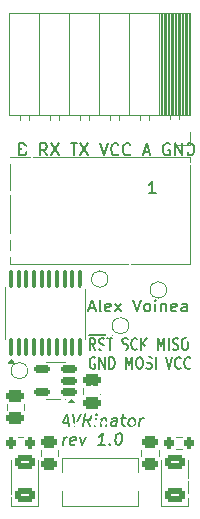
<source format=gto>
G04 #@! TF.GenerationSoftware,KiCad,Pcbnew,8.0.2*
G04 #@! TF.CreationDate,2024-05-04T17:16:49+02:00*
G04 #@! TF.ProjectId,AVRinator,41565269-6e61-4746-9f72-2e6b69636164,1.0*
G04 #@! TF.SameCoordinates,Original*
G04 #@! TF.FileFunction,Legend,Top*
G04 #@! TF.FilePolarity,Positive*
%FSLAX46Y46*%
G04 Gerber Fmt 4.6, Leading zero omitted, Abs format (unit mm)*
G04 Created by KiCad (PCBNEW 8.0.2) date 2024-05-04 17:16:49*
%MOMM*%
%LPD*%
G01*
G04 APERTURE LIST*
G04 Aperture macros list*
%AMRoundRect*
0 Rectangle with rounded corners*
0 $1 Rounding radius*
0 $2 $3 $4 $5 $6 $7 $8 $9 X,Y pos of 4 corners*
0 Add a 4 corners polygon primitive as box body*
4,1,4,$2,$3,$4,$5,$6,$7,$8,$9,$2,$3,0*
0 Add four circle primitives for the rounded corners*
1,1,$1+$1,$2,$3*
1,1,$1+$1,$4,$5*
1,1,$1+$1,$6,$7*
1,1,$1+$1,$8,$9*
0 Add four rect primitives between the rounded corners*
20,1,$1+$1,$2,$3,$4,$5,0*
20,1,$1+$1,$4,$5,$6,$7,0*
20,1,$1+$1,$6,$7,$8,$9,0*
20,1,$1+$1,$8,$9,$2,$3,0*%
G04 Aperture macros list end*
%ADD10C,0.200000*%
%ADD11C,0.150000*%
%ADD12C,0.120000*%
%ADD13RoundRect,0.250000X-0.450000X0.262500X-0.450000X-0.262500X0.450000X-0.262500X0.450000X0.262500X0*%
%ADD14RoundRect,0.250000X0.625000X-0.375000X0.625000X0.375000X-0.625000X0.375000X-0.625000X-0.375000X0*%
%ADD15R,1.700000X1.700000*%
%ADD16O,1.700000X1.700000*%
%ADD17C,1.000000*%
%ADD18RoundRect,0.150000X0.512500X0.150000X-0.512500X0.150000X-0.512500X-0.150000X0.512500X-0.150000X0*%
%ADD19RoundRect,0.100000X0.100000X-0.637500X0.100000X0.637500X-0.100000X0.637500X-0.100000X-0.637500X0*%
%ADD20R,1.650000X1.650000*%
%ADD21C,1.650000*%
%ADD22RoundRect,0.250000X-0.475000X0.250000X-0.475000X-0.250000X0.475000X-0.250000X0.475000X0.250000X0*%
%ADD23R,1.250000X1.000000*%
%ADD24RoundRect,0.200000X-0.200000X-0.275000X0.200000X-0.275000X0.200000X0.275000X-0.200000X0.275000X0*%
%ADD25RoundRect,0.200000X0.200000X0.275000X-0.200000X0.275000X-0.200000X-0.275000X0.200000X-0.275000X0*%
%ADD26C,0.650000*%
%ADD27C,0.500000*%
G04 APERTURE END LIST*
D10*
X59102016Y-75365360D02*
X59578206Y-75365360D01*
X58971063Y-75651075D02*
X59429397Y-74651075D01*
X59429397Y-74651075D02*
X59637730Y-75651075D01*
X59953206Y-74651075D02*
X60161540Y-75651075D01*
X60161540Y-75651075D02*
X60619873Y-74651075D01*
X61399635Y-75651075D02*
X61125825Y-75174884D01*
X60828206Y-75651075D02*
X60953206Y-74651075D01*
X60953206Y-74651075D02*
X61334159Y-74651075D01*
X61334159Y-74651075D02*
X61423444Y-74698694D01*
X61423444Y-74698694D02*
X61465111Y-74746313D01*
X61465111Y-74746313D02*
X61500825Y-74841551D01*
X61500825Y-74841551D02*
X61482968Y-74984408D01*
X61482968Y-74984408D02*
X61423444Y-75079646D01*
X61423444Y-75079646D02*
X61369873Y-75127265D01*
X61369873Y-75127265D02*
X61268683Y-75174884D01*
X61268683Y-75174884D02*
X60887730Y-75174884D01*
X61828206Y-75651075D02*
X61911540Y-74984408D01*
X61953206Y-74651075D02*
X61899635Y-74698694D01*
X61899635Y-74698694D02*
X61941302Y-74746313D01*
X61941302Y-74746313D02*
X61994873Y-74698694D01*
X61994873Y-74698694D02*
X61953206Y-74651075D01*
X61953206Y-74651075D02*
X61941302Y-74746313D01*
X62387730Y-74984408D02*
X62304396Y-75651075D01*
X62375825Y-75079646D02*
X62429396Y-75032027D01*
X62429396Y-75032027D02*
X62530587Y-74984408D01*
X62530587Y-74984408D02*
X62673444Y-74984408D01*
X62673444Y-74984408D02*
X62762730Y-75032027D01*
X62762730Y-75032027D02*
X62798444Y-75127265D01*
X62798444Y-75127265D02*
X62732968Y-75651075D01*
X63637730Y-75651075D02*
X63703206Y-75127265D01*
X63703206Y-75127265D02*
X63667492Y-75032027D01*
X63667492Y-75032027D02*
X63578206Y-74984408D01*
X63578206Y-74984408D02*
X63387730Y-74984408D01*
X63387730Y-74984408D02*
X63286539Y-75032027D01*
X63643682Y-75603456D02*
X63542492Y-75651075D01*
X63542492Y-75651075D02*
X63304396Y-75651075D01*
X63304396Y-75651075D02*
X63215111Y-75603456D01*
X63215111Y-75603456D02*
X63179396Y-75508217D01*
X63179396Y-75508217D02*
X63191301Y-75412979D01*
X63191301Y-75412979D02*
X63250825Y-75317741D01*
X63250825Y-75317741D02*
X63352016Y-75270122D01*
X63352016Y-75270122D02*
X63590111Y-75270122D01*
X63590111Y-75270122D02*
X63691301Y-75222503D01*
X64054397Y-74984408D02*
X64435349Y-74984408D01*
X64238920Y-74651075D02*
X64131778Y-75508217D01*
X64131778Y-75508217D02*
X64167492Y-75603456D01*
X64167492Y-75603456D02*
X64256778Y-75651075D01*
X64256778Y-75651075D02*
X64352016Y-75651075D01*
X64828207Y-75651075D02*
X64738921Y-75603456D01*
X64738921Y-75603456D02*
X64697254Y-75555836D01*
X64697254Y-75555836D02*
X64661540Y-75460598D01*
X64661540Y-75460598D02*
X64697254Y-75174884D01*
X64697254Y-75174884D02*
X64756778Y-75079646D01*
X64756778Y-75079646D02*
X64810349Y-75032027D01*
X64810349Y-75032027D02*
X64911540Y-74984408D01*
X64911540Y-74984408D02*
X65054397Y-74984408D01*
X65054397Y-74984408D02*
X65143683Y-75032027D01*
X65143683Y-75032027D02*
X65185349Y-75079646D01*
X65185349Y-75079646D02*
X65221064Y-75174884D01*
X65221064Y-75174884D02*
X65185349Y-75460598D01*
X65185349Y-75460598D02*
X65125826Y-75555836D01*
X65125826Y-75555836D02*
X65072254Y-75603456D01*
X65072254Y-75603456D02*
X64971064Y-75651075D01*
X64971064Y-75651075D02*
X64828207Y-75651075D01*
X65590111Y-75651075D02*
X65673445Y-74984408D01*
X65649635Y-75174884D02*
X65709159Y-75079646D01*
X65709159Y-75079646D02*
X65762730Y-75032027D01*
X65762730Y-75032027D02*
X65863921Y-74984408D01*
X65863921Y-74984408D02*
X65959159Y-74984408D01*
X59113920Y-77261019D02*
X59197254Y-76594352D01*
X59173444Y-76784828D02*
X59232968Y-76689590D01*
X59232968Y-76689590D02*
X59286539Y-76641971D01*
X59286539Y-76641971D02*
X59387730Y-76594352D01*
X59387730Y-76594352D02*
X59482968Y-76594352D01*
X60119873Y-77213400D02*
X60018683Y-77261019D01*
X60018683Y-77261019D02*
X59828206Y-77261019D01*
X59828206Y-77261019D02*
X59738921Y-77213400D01*
X59738921Y-77213400D02*
X59703206Y-77118161D01*
X59703206Y-77118161D02*
X59750826Y-76737209D01*
X59750826Y-76737209D02*
X59810349Y-76641971D01*
X59810349Y-76641971D02*
X59911540Y-76594352D01*
X59911540Y-76594352D02*
X60102016Y-76594352D01*
X60102016Y-76594352D02*
X60191302Y-76641971D01*
X60191302Y-76641971D02*
X60227016Y-76737209D01*
X60227016Y-76737209D02*
X60215111Y-76832447D01*
X60215111Y-76832447D02*
X59727016Y-76927685D01*
X60578207Y-76594352D02*
X60732969Y-77261019D01*
X60732969Y-77261019D02*
X61054397Y-76594352D01*
X62637731Y-77261019D02*
X62066302Y-77261019D01*
X62352017Y-77261019D02*
X62477017Y-76261019D01*
X62477017Y-76261019D02*
X62363921Y-76403876D01*
X62363921Y-76403876D02*
X62256779Y-76499114D01*
X62256779Y-76499114D02*
X62155588Y-76546733D01*
X63078207Y-77165780D02*
X63119874Y-77213400D01*
X63119874Y-77213400D02*
X63066302Y-77261019D01*
X63066302Y-77261019D02*
X63024636Y-77213400D01*
X63024636Y-77213400D02*
X63078207Y-77165780D01*
X63078207Y-77165780D02*
X63066302Y-77261019D01*
X63857969Y-76261019D02*
X63953207Y-76261019D01*
X63953207Y-76261019D02*
X64042492Y-76308638D01*
X64042492Y-76308638D02*
X64084159Y-76356257D01*
X64084159Y-76356257D02*
X64119873Y-76451495D01*
X64119873Y-76451495D02*
X64143683Y-76641971D01*
X64143683Y-76641971D02*
X64113921Y-76880066D01*
X64113921Y-76880066D02*
X64042492Y-77070542D01*
X64042492Y-77070542D02*
X63982969Y-77165780D01*
X63982969Y-77165780D02*
X63929397Y-77213400D01*
X63929397Y-77213400D02*
X63828207Y-77261019D01*
X63828207Y-77261019D02*
X63732969Y-77261019D01*
X63732969Y-77261019D02*
X63643683Y-77213400D01*
X63643683Y-77213400D02*
X63602016Y-77165780D01*
X63602016Y-77165780D02*
X63566302Y-77070542D01*
X63566302Y-77070542D02*
X63542492Y-76880066D01*
X63542492Y-76880066D02*
X63572254Y-76641971D01*
X63572254Y-76641971D02*
X63643683Y-76451495D01*
X63643683Y-76451495D02*
X63703207Y-76356257D01*
X63703207Y-76356257D02*
X63756778Y-76308638D01*
X63756778Y-76308638D02*
X63857969Y-76261019D01*
D11*
X61306760Y-65674904D02*
X61782950Y-65674904D01*
X61211522Y-65960619D02*
X61544855Y-64960619D01*
X61544855Y-64960619D02*
X61878188Y-65960619D01*
X62354379Y-65960619D02*
X62259141Y-65913000D01*
X62259141Y-65913000D02*
X62211522Y-65817761D01*
X62211522Y-65817761D02*
X62211522Y-64960619D01*
X63116284Y-65913000D02*
X63021046Y-65960619D01*
X63021046Y-65960619D02*
X62830570Y-65960619D01*
X62830570Y-65960619D02*
X62735332Y-65913000D01*
X62735332Y-65913000D02*
X62687713Y-65817761D01*
X62687713Y-65817761D02*
X62687713Y-65436809D01*
X62687713Y-65436809D02*
X62735332Y-65341571D01*
X62735332Y-65341571D02*
X62830570Y-65293952D01*
X62830570Y-65293952D02*
X63021046Y-65293952D01*
X63021046Y-65293952D02*
X63116284Y-65341571D01*
X63116284Y-65341571D02*
X63163903Y-65436809D01*
X63163903Y-65436809D02*
X63163903Y-65532047D01*
X63163903Y-65532047D02*
X62687713Y-65627285D01*
X63497237Y-65960619D02*
X64021046Y-65293952D01*
X63497237Y-65293952D02*
X64021046Y-65960619D01*
X65021047Y-64960619D02*
X65354380Y-65960619D01*
X65354380Y-65960619D02*
X65687713Y-64960619D01*
X66163904Y-65960619D02*
X66068666Y-65913000D01*
X66068666Y-65913000D02*
X66021047Y-65865380D01*
X66021047Y-65865380D02*
X65973428Y-65770142D01*
X65973428Y-65770142D02*
X65973428Y-65484428D01*
X65973428Y-65484428D02*
X66021047Y-65389190D01*
X66021047Y-65389190D02*
X66068666Y-65341571D01*
X66068666Y-65341571D02*
X66163904Y-65293952D01*
X66163904Y-65293952D02*
X66306761Y-65293952D01*
X66306761Y-65293952D02*
X66401999Y-65341571D01*
X66401999Y-65341571D02*
X66449618Y-65389190D01*
X66449618Y-65389190D02*
X66497237Y-65484428D01*
X66497237Y-65484428D02*
X66497237Y-65770142D01*
X66497237Y-65770142D02*
X66449618Y-65865380D01*
X66449618Y-65865380D02*
X66401999Y-65913000D01*
X66401999Y-65913000D02*
X66306761Y-65960619D01*
X66306761Y-65960619D02*
X66163904Y-65960619D01*
X66925809Y-65960619D02*
X66925809Y-65293952D01*
X66925809Y-64960619D02*
X66878190Y-65008238D01*
X66878190Y-65008238D02*
X66925809Y-65055857D01*
X66925809Y-65055857D02*
X66973428Y-65008238D01*
X66973428Y-65008238D02*
X66925809Y-64960619D01*
X66925809Y-64960619D02*
X66925809Y-65055857D01*
X67401999Y-65293952D02*
X67401999Y-65960619D01*
X67401999Y-65389190D02*
X67449618Y-65341571D01*
X67449618Y-65341571D02*
X67544856Y-65293952D01*
X67544856Y-65293952D02*
X67687713Y-65293952D01*
X67687713Y-65293952D02*
X67782951Y-65341571D01*
X67782951Y-65341571D02*
X67830570Y-65436809D01*
X67830570Y-65436809D02*
X67830570Y-65960619D01*
X68687713Y-65913000D02*
X68592475Y-65960619D01*
X68592475Y-65960619D02*
X68401999Y-65960619D01*
X68401999Y-65960619D02*
X68306761Y-65913000D01*
X68306761Y-65913000D02*
X68259142Y-65817761D01*
X68259142Y-65817761D02*
X68259142Y-65436809D01*
X68259142Y-65436809D02*
X68306761Y-65341571D01*
X68306761Y-65341571D02*
X68401999Y-65293952D01*
X68401999Y-65293952D02*
X68592475Y-65293952D01*
X68592475Y-65293952D02*
X68687713Y-65341571D01*
X68687713Y-65341571D02*
X68735332Y-65436809D01*
X68735332Y-65436809D02*
X68735332Y-65532047D01*
X68735332Y-65532047D02*
X68259142Y-65627285D01*
X69592475Y-65960619D02*
X69592475Y-65436809D01*
X69592475Y-65436809D02*
X69544856Y-65341571D01*
X69544856Y-65341571D02*
X69449618Y-65293952D01*
X69449618Y-65293952D02*
X69259142Y-65293952D01*
X69259142Y-65293952D02*
X69163904Y-65341571D01*
X69592475Y-65913000D02*
X69497237Y-65960619D01*
X69497237Y-65960619D02*
X69259142Y-65960619D01*
X69259142Y-65960619D02*
X69163904Y-65913000D01*
X69163904Y-65913000D02*
X69116285Y-65817761D01*
X69116285Y-65817761D02*
X69116285Y-65722523D01*
X69116285Y-65722523D02*
X69163904Y-65627285D01*
X69163904Y-65627285D02*
X69259142Y-65579666D01*
X69259142Y-65579666D02*
X69497237Y-65579666D01*
X69497237Y-65579666D02*
X69592475Y-65532047D01*
X61858703Y-69202075D02*
X61592036Y-68725884D01*
X61401560Y-69202075D02*
X61401560Y-68202075D01*
X61401560Y-68202075D02*
X61706322Y-68202075D01*
X61706322Y-68202075D02*
X61782512Y-68249694D01*
X61782512Y-68249694D02*
X61820607Y-68297313D01*
X61820607Y-68297313D02*
X61858703Y-68392551D01*
X61858703Y-68392551D02*
X61858703Y-68535408D01*
X61858703Y-68535408D02*
X61820607Y-68630646D01*
X61820607Y-68630646D02*
X61782512Y-68678265D01*
X61782512Y-68678265D02*
X61706322Y-68725884D01*
X61706322Y-68725884D02*
X61401560Y-68725884D01*
X62163464Y-69154456D02*
X62277750Y-69202075D01*
X62277750Y-69202075D02*
X62468226Y-69202075D01*
X62468226Y-69202075D02*
X62544417Y-69154456D01*
X62544417Y-69154456D02*
X62582512Y-69106836D01*
X62582512Y-69106836D02*
X62620607Y-69011598D01*
X62620607Y-69011598D02*
X62620607Y-68916360D01*
X62620607Y-68916360D02*
X62582512Y-68821122D01*
X62582512Y-68821122D02*
X62544417Y-68773503D01*
X62544417Y-68773503D02*
X62468226Y-68725884D01*
X62468226Y-68725884D02*
X62315845Y-68678265D01*
X62315845Y-68678265D02*
X62239655Y-68630646D01*
X62239655Y-68630646D02*
X62201560Y-68583027D01*
X62201560Y-68583027D02*
X62163464Y-68487789D01*
X62163464Y-68487789D02*
X62163464Y-68392551D01*
X62163464Y-68392551D02*
X62201560Y-68297313D01*
X62201560Y-68297313D02*
X62239655Y-68249694D01*
X62239655Y-68249694D02*
X62315845Y-68202075D01*
X62315845Y-68202075D02*
X62506322Y-68202075D01*
X62506322Y-68202075D02*
X62620607Y-68249694D01*
X62849179Y-68202075D02*
X63306322Y-68202075D01*
X63077750Y-69202075D02*
X63077750Y-68202075D01*
X61291084Y-67924456D02*
X63302513Y-67924456D01*
X64144417Y-69154456D02*
X64258703Y-69202075D01*
X64258703Y-69202075D02*
X64449179Y-69202075D01*
X64449179Y-69202075D02*
X64525370Y-69154456D01*
X64525370Y-69154456D02*
X64563465Y-69106836D01*
X64563465Y-69106836D02*
X64601560Y-69011598D01*
X64601560Y-69011598D02*
X64601560Y-68916360D01*
X64601560Y-68916360D02*
X64563465Y-68821122D01*
X64563465Y-68821122D02*
X64525370Y-68773503D01*
X64525370Y-68773503D02*
X64449179Y-68725884D01*
X64449179Y-68725884D02*
X64296798Y-68678265D01*
X64296798Y-68678265D02*
X64220608Y-68630646D01*
X64220608Y-68630646D02*
X64182513Y-68583027D01*
X64182513Y-68583027D02*
X64144417Y-68487789D01*
X64144417Y-68487789D02*
X64144417Y-68392551D01*
X64144417Y-68392551D02*
X64182513Y-68297313D01*
X64182513Y-68297313D02*
X64220608Y-68249694D01*
X64220608Y-68249694D02*
X64296798Y-68202075D01*
X64296798Y-68202075D02*
X64487275Y-68202075D01*
X64487275Y-68202075D02*
X64601560Y-68249694D01*
X65401561Y-69106836D02*
X65363465Y-69154456D01*
X65363465Y-69154456D02*
X65249180Y-69202075D01*
X65249180Y-69202075D02*
X65172989Y-69202075D01*
X65172989Y-69202075D02*
X65058703Y-69154456D01*
X65058703Y-69154456D02*
X64982513Y-69059217D01*
X64982513Y-69059217D02*
X64944418Y-68963979D01*
X64944418Y-68963979D02*
X64906322Y-68773503D01*
X64906322Y-68773503D02*
X64906322Y-68630646D01*
X64906322Y-68630646D02*
X64944418Y-68440170D01*
X64944418Y-68440170D02*
X64982513Y-68344932D01*
X64982513Y-68344932D02*
X65058703Y-68249694D01*
X65058703Y-68249694D02*
X65172989Y-68202075D01*
X65172989Y-68202075D02*
X65249180Y-68202075D01*
X65249180Y-68202075D02*
X65363465Y-68249694D01*
X65363465Y-68249694D02*
X65401561Y-68297313D01*
X65744418Y-69202075D02*
X65744418Y-68202075D01*
X66201561Y-69202075D02*
X65858703Y-68630646D01*
X66201561Y-68202075D02*
X65744418Y-68773503D01*
X67153942Y-69202075D02*
X67153942Y-68202075D01*
X67153942Y-68202075D02*
X67420608Y-68916360D01*
X67420608Y-68916360D02*
X67687275Y-68202075D01*
X67687275Y-68202075D02*
X67687275Y-69202075D01*
X68068228Y-69202075D02*
X68068228Y-68202075D01*
X68411084Y-69154456D02*
X68525370Y-69202075D01*
X68525370Y-69202075D02*
X68715846Y-69202075D01*
X68715846Y-69202075D02*
X68792037Y-69154456D01*
X68792037Y-69154456D02*
X68830132Y-69106836D01*
X68830132Y-69106836D02*
X68868227Y-69011598D01*
X68868227Y-69011598D02*
X68868227Y-68916360D01*
X68868227Y-68916360D02*
X68830132Y-68821122D01*
X68830132Y-68821122D02*
X68792037Y-68773503D01*
X68792037Y-68773503D02*
X68715846Y-68725884D01*
X68715846Y-68725884D02*
X68563465Y-68678265D01*
X68563465Y-68678265D02*
X68487275Y-68630646D01*
X68487275Y-68630646D02*
X68449180Y-68583027D01*
X68449180Y-68583027D02*
X68411084Y-68487789D01*
X68411084Y-68487789D02*
X68411084Y-68392551D01*
X68411084Y-68392551D02*
X68449180Y-68297313D01*
X68449180Y-68297313D02*
X68487275Y-68249694D01*
X68487275Y-68249694D02*
X68563465Y-68202075D01*
X68563465Y-68202075D02*
X68753942Y-68202075D01*
X68753942Y-68202075D02*
X68868227Y-68249694D01*
X69363466Y-68202075D02*
X69515847Y-68202075D01*
X69515847Y-68202075D02*
X69592037Y-68249694D01*
X69592037Y-68249694D02*
X69668228Y-68344932D01*
X69668228Y-68344932D02*
X69706323Y-68535408D01*
X69706323Y-68535408D02*
X69706323Y-68868741D01*
X69706323Y-68868741D02*
X69668228Y-69059217D01*
X69668228Y-69059217D02*
X69592037Y-69154456D01*
X69592037Y-69154456D02*
X69515847Y-69202075D01*
X69515847Y-69202075D02*
X69363466Y-69202075D01*
X69363466Y-69202075D02*
X69287275Y-69154456D01*
X69287275Y-69154456D02*
X69211085Y-69059217D01*
X69211085Y-69059217D02*
X69172989Y-68868741D01*
X69172989Y-68868741D02*
X69172989Y-68535408D01*
X69172989Y-68535408D02*
X69211085Y-68344932D01*
X69211085Y-68344932D02*
X69287275Y-68249694D01*
X69287275Y-68249694D02*
X69363466Y-68202075D01*
X61820607Y-69859638D02*
X61744417Y-69812019D01*
X61744417Y-69812019D02*
X61630131Y-69812019D01*
X61630131Y-69812019D02*
X61515845Y-69859638D01*
X61515845Y-69859638D02*
X61439655Y-69954876D01*
X61439655Y-69954876D02*
X61401560Y-70050114D01*
X61401560Y-70050114D02*
X61363464Y-70240590D01*
X61363464Y-70240590D02*
X61363464Y-70383447D01*
X61363464Y-70383447D02*
X61401560Y-70573923D01*
X61401560Y-70573923D02*
X61439655Y-70669161D01*
X61439655Y-70669161D02*
X61515845Y-70764400D01*
X61515845Y-70764400D02*
X61630131Y-70812019D01*
X61630131Y-70812019D02*
X61706322Y-70812019D01*
X61706322Y-70812019D02*
X61820607Y-70764400D01*
X61820607Y-70764400D02*
X61858703Y-70716780D01*
X61858703Y-70716780D02*
X61858703Y-70383447D01*
X61858703Y-70383447D02*
X61706322Y-70383447D01*
X62201560Y-70812019D02*
X62201560Y-69812019D01*
X62201560Y-69812019D02*
X62658703Y-70812019D01*
X62658703Y-70812019D02*
X62658703Y-69812019D01*
X63039655Y-70812019D02*
X63039655Y-69812019D01*
X63039655Y-69812019D02*
X63230131Y-69812019D01*
X63230131Y-69812019D02*
X63344417Y-69859638D01*
X63344417Y-69859638D02*
X63420607Y-69954876D01*
X63420607Y-69954876D02*
X63458702Y-70050114D01*
X63458702Y-70050114D02*
X63496798Y-70240590D01*
X63496798Y-70240590D02*
X63496798Y-70383447D01*
X63496798Y-70383447D02*
X63458702Y-70573923D01*
X63458702Y-70573923D02*
X63420607Y-70669161D01*
X63420607Y-70669161D02*
X63344417Y-70764400D01*
X63344417Y-70764400D02*
X63230131Y-70812019D01*
X63230131Y-70812019D02*
X63039655Y-70812019D01*
X64449179Y-70812019D02*
X64449179Y-69812019D01*
X64449179Y-69812019D02*
X64715845Y-70526304D01*
X64715845Y-70526304D02*
X64982512Y-69812019D01*
X64982512Y-69812019D02*
X64982512Y-70812019D01*
X65515846Y-69812019D02*
X65668227Y-69812019D01*
X65668227Y-69812019D02*
X65744417Y-69859638D01*
X65744417Y-69859638D02*
X65820608Y-69954876D01*
X65820608Y-69954876D02*
X65858703Y-70145352D01*
X65858703Y-70145352D02*
X65858703Y-70478685D01*
X65858703Y-70478685D02*
X65820608Y-70669161D01*
X65820608Y-70669161D02*
X65744417Y-70764400D01*
X65744417Y-70764400D02*
X65668227Y-70812019D01*
X65668227Y-70812019D02*
X65515846Y-70812019D01*
X65515846Y-70812019D02*
X65439655Y-70764400D01*
X65439655Y-70764400D02*
X65363465Y-70669161D01*
X65363465Y-70669161D02*
X65325369Y-70478685D01*
X65325369Y-70478685D02*
X65325369Y-70145352D01*
X65325369Y-70145352D02*
X65363465Y-69954876D01*
X65363465Y-69954876D02*
X65439655Y-69859638D01*
X65439655Y-69859638D02*
X65515846Y-69812019D01*
X66163464Y-70764400D02*
X66277750Y-70812019D01*
X66277750Y-70812019D02*
X66468226Y-70812019D01*
X66468226Y-70812019D02*
X66544417Y-70764400D01*
X66544417Y-70764400D02*
X66582512Y-70716780D01*
X66582512Y-70716780D02*
X66620607Y-70621542D01*
X66620607Y-70621542D02*
X66620607Y-70526304D01*
X66620607Y-70526304D02*
X66582512Y-70431066D01*
X66582512Y-70431066D02*
X66544417Y-70383447D01*
X66544417Y-70383447D02*
X66468226Y-70335828D01*
X66468226Y-70335828D02*
X66315845Y-70288209D01*
X66315845Y-70288209D02*
X66239655Y-70240590D01*
X66239655Y-70240590D02*
X66201560Y-70192971D01*
X66201560Y-70192971D02*
X66163464Y-70097733D01*
X66163464Y-70097733D02*
X66163464Y-70002495D01*
X66163464Y-70002495D02*
X66201560Y-69907257D01*
X66201560Y-69907257D02*
X66239655Y-69859638D01*
X66239655Y-69859638D02*
X66315845Y-69812019D01*
X66315845Y-69812019D02*
X66506322Y-69812019D01*
X66506322Y-69812019D02*
X66620607Y-69859638D01*
X66963465Y-70812019D02*
X66963465Y-69812019D01*
X67839655Y-69812019D02*
X68106322Y-70812019D01*
X68106322Y-70812019D02*
X68372988Y-69812019D01*
X69096798Y-70716780D02*
X69058702Y-70764400D01*
X69058702Y-70764400D02*
X68944417Y-70812019D01*
X68944417Y-70812019D02*
X68868226Y-70812019D01*
X68868226Y-70812019D02*
X68753940Y-70764400D01*
X68753940Y-70764400D02*
X68677750Y-70669161D01*
X68677750Y-70669161D02*
X68639655Y-70573923D01*
X68639655Y-70573923D02*
X68601559Y-70383447D01*
X68601559Y-70383447D02*
X68601559Y-70240590D01*
X68601559Y-70240590D02*
X68639655Y-70050114D01*
X68639655Y-70050114D02*
X68677750Y-69954876D01*
X68677750Y-69954876D02*
X68753940Y-69859638D01*
X68753940Y-69859638D02*
X68868226Y-69812019D01*
X68868226Y-69812019D02*
X68944417Y-69812019D01*
X68944417Y-69812019D02*
X69058702Y-69859638D01*
X69058702Y-69859638D02*
X69096798Y-69907257D01*
X69896798Y-70716780D02*
X69858702Y-70764400D01*
X69858702Y-70764400D02*
X69744417Y-70812019D01*
X69744417Y-70812019D02*
X69668226Y-70812019D01*
X69668226Y-70812019D02*
X69553940Y-70764400D01*
X69553940Y-70764400D02*
X69477750Y-70669161D01*
X69477750Y-70669161D02*
X69439655Y-70573923D01*
X69439655Y-70573923D02*
X69401559Y-70383447D01*
X69401559Y-70383447D02*
X69401559Y-70240590D01*
X69401559Y-70240590D02*
X69439655Y-70050114D01*
X69439655Y-70050114D02*
X69477750Y-69954876D01*
X69477750Y-69954876D02*
X69553940Y-69859638D01*
X69553940Y-69859638D02*
X69668226Y-69812019D01*
X69668226Y-69812019D02*
X69744417Y-69812019D01*
X69744417Y-69812019D02*
X69858702Y-69859638D01*
X69858702Y-69859638D02*
X69896798Y-69907257D01*
X55762712Y-52203409D02*
X55905569Y-52251028D01*
X55905569Y-52251028D02*
X55953188Y-52298647D01*
X55953188Y-52298647D02*
X56000807Y-52393885D01*
X56000807Y-52393885D02*
X56000807Y-52536742D01*
X56000807Y-52536742D02*
X55953188Y-52631980D01*
X55953188Y-52631980D02*
X55905569Y-52679600D01*
X55905569Y-52679600D02*
X55810331Y-52727219D01*
X55810331Y-52727219D02*
X55429379Y-52727219D01*
X55429379Y-52727219D02*
X55429379Y-51727219D01*
X55429379Y-51727219D02*
X55762712Y-51727219D01*
X55762712Y-51727219D02*
X55857950Y-51774838D01*
X55857950Y-51774838D02*
X55905569Y-51822457D01*
X55905569Y-51822457D02*
X55953188Y-51917695D01*
X55953188Y-51917695D02*
X55953188Y-52012933D01*
X55953188Y-52012933D02*
X55905569Y-52108171D01*
X55905569Y-52108171D02*
X55857950Y-52155790D01*
X55857950Y-52155790D02*
X55762712Y-52203409D01*
X55762712Y-52203409D02*
X55429379Y-52203409D01*
X57762712Y-52727219D02*
X57429379Y-52251028D01*
X57191284Y-52727219D02*
X57191284Y-51727219D01*
X57191284Y-51727219D02*
X57572236Y-51727219D01*
X57572236Y-51727219D02*
X57667474Y-51774838D01*
X57667474Y-51774838D02*
X57715093Y-51822457D01*
X57715093Y-51822457D02*
X57762712Y-51917695D01*
X57762712Y-51917695D02*
X57762712Y-52060552D01*
X57762712Y-52060552D02*
X57715093Y-52155790D01*
X57715093Y-52155790D02*
X57667474Y-52203409D01*
X57667474Y-52203409D02*
X57572236Y-52251028D01*
X57572236Y-52251028D02*
X57191284Y-52251028D01*
X58096046Y-51727219D02*
X58762712Y-52727219D01*
X58762712Y-51727219D02*
X58096046Y-52727219D01*
X59762713Y-51727219D02*
X60334141Y-51727219D01*
X60048427Y-52727219D02*
X60048427Y-51727219D01*
X60572237Y-51727219D02*
X61238903Y-52727219D01*
X61238903Y-51727219D02*
X60572237Y-52727219D01*
X62238904Y-51727219D02*
X62572237Y-52727219D01*
X62572237Y-52727219D02*
X62905570Y-51727219D01*
X63810332Y-52631980D02*
X63762713Y-52679600D01*
X63762713Y-52679600D02*
X63619856Y-52727219D01*
X63619856Y-52727219D02*
X63524618Y-52727219D01*
X63524618Y-52727219D02*
X63381761Y-52679600D01*
X63381761Y-52679600D02*
X63286523Y-52584361D01*
X63286523Y-52584361D02*
X63238904Y-52489123D01*
X63238904Y-52489123D02*
X63191285Y-52298647D01*
X63191285Y-52298647D02*
X63191285Y-52155790D01*
X63191285Y-52155790D02*
X63238904Y-51965314D01*
X63238904Y-51965314D02*
X63286523Y-51870076D01*
X63286523Y-51870076D02*
X63381761Y-51774838D01*
X63381761Y-51774838D02*
X63524618Y-51727219D01*
X63524618Y-51727219D02*
X63619856Y-51727219D01*
X63619856Y-51727219D02*
X63762713Y-51774838D01*
X63762713Y-51774838D02*
X63810332Y-51822457D01*
X64810332Y-52631980D02*
X64762713Y-52679600D01*
X64762713Y-52679600D02*
X64619856Y-52727219D01*
X64619856Y-52727219D02*
X64524618Y-52727219D01*
X64524618Y-52727219D02*
X64381761Y-52679600D01*
X64381761Y-52679600D02*
X64286523Y-52584361D01*
X64286523Y-52584361D02*
X64238904Y-52489123D01*
X64238904Y-52489123D02*
X64191285Y-52298647D01*
X64191285Y-52298647D02*
X64191285Y-52155790D01*
X64191285Y-52155790D02*
X64238904Y-51965314D01*
X64238904Y-51965314D02*
X64286523Y-51870076D01*
X64286523Y-51870076D02*
X64381761Y-51774838D01*
X64381761Y-51774838D02*
X64524618Y-51727219D01*
X64524618Y-51727219D02*
X64619856Y-51727219D01*
X64619856Y-51727219D02*
X64762713Y-51774838D01*
X64762713Y-51774838D02*
X64810332Y-51822457D01*
X65953190Y-52441504D02*
X66429380Y-52441504D01*
X65857952Y-52727219D02*
X66191285Y-51727219D01*
X66191285Y-51727219D02*
X66524618Y-52727219D01*
X68143666Y-51774838D02*
X68048428Y-51727219D01*
X68048428Y-51727219D02*
X67905571Y-51727219D01*
X67905571Y-51727219D02*
X67762714Y-51774838D01*
X67762714Y-51774838D02*
X67667476Y-51870076D01*
X67667476Y-51870076D02*
X67619857Y-51965314D01*
X67619857Y-51965314D02*
X67572238Y-52155790D01*
X67572238Y-52155790D02*
X67572238Y-52298647D01*
X67572238Y-52298647D02*
X67619857Y-52489123D01*
X67619857Y-52489123D02*
X67667476Y-52584361D01*
X67667476Y-52584361D02*
X67762714Y-52679600D01*
X67762714Y-52679600D02*
X67905571Y-52727219D01*
X67905571Y-52727219D02*
X68000809Y-52727219D01*
X68000809Y-52727219D02*
X68143666Y-52679600D01*
X68143666Y-52679600D02*
X68191285Y-52631980D01*
X68191285Y-52631980D02*
X68191285Y-52298647D01*
X68191285Y-52298647D02*
X68000809Y-52298647D01*
X68619857Y-52727219D02*
X68619857Y-51727219D01*
X68619857Y-51727219D02*
X69191285Y-52727219D01*
X69191285Y-52727219D02*
X69191285Y-51727219D01*
X69667476Y-52727219D02*
X69667476Y-51727219D01*
X69667476Y-51727219D02*
X69905571Y-51727219D01*
X69905571Y-51727219D02*
X70048428Y-51774838D01*
X70048428Y-51774838D02*
X70143666Y-51870076D01*
X70143666Y-51870076D02*
X70191285Y-51965314D01*
X70191285Y-51965314D02*
X70238904Y-52155790D01*
X70238904Y-52155790D02*
X70238904Y-52298647D01*
X70238904Y-52298647D02*
X70191285Y-52489123D01*
X70191285Y-52489123D02*
X70143666Y-52584361D01*
X70143666Y-52584361D02*
X70048428Y-52679600D01*
X70048428Y-52679600D02*
X69905571Y-52727219D01*
X69905571Y-52727219D02*
X69667476Y-52727219D01*
X66960714Y-55953819D02*
X66389286Y-55953819D01*
X66675000Y-55953819D02*
X66675000Y-54953819D01*
X66675000Y-54953819D02*
X66579762Y-55096676D01*
X66579762Y-55096676D02*
X66484524Y-55191914D01*
X66484524Y-55191914D02*
X66389286Y-55239533D01*
D12*
X57227800Y-77700136D02*
X57227800Y-78154264D01*
X58697800Y-77700136D02*
X58697800Y-78154264D01*
X54745000Y-78537000D02*
X54745000Y-82422000D01*
X54745000Y-82422000D02*
X57015000Y-82422000D01*
X57015000Y-82422000D02*
X57015000Y-78537000D01*
X54524600Y-40684600D02*
X54524600Y-49314600D01*
X55494600Y-49314600D02*
X55494600Y-49724600D01*
X56214600Y-49314600D02*
X56214600Y-49724600D01*
X57124600Y-40684600D02*
X57124600Y-49314600D01*
X58034600Y-49314600D02*
X58034600Y-49724600D01*
X58754600Y-49314600D02*
X58754600Y-49724600D01*
X59664600Y-40684600D02*
X59664600Y-49314600D01*
X60574600Y-49314600D02*
X60574600Y-49724600D01*
X61294600Y-49314600D02*
X61294600Y-49724600D01*
X62204600Y-40684600D02*
X62204600Y-49314600D01*
X63114600Y-49314600D02*
X63114600Y-49724600D01*
X63834600Y-49314600D02*
X63834600Y-49724600D01*
X64744600Y-40684600D02*
X64744600Y-49314600D01*
X65654600Y-49314600D02*
X65654600Y-49724600D01*
X66374600Y-49314600D02*
X66374600Y-49724600D01*
X67284600Y-40684600D02*
X67284600Y-49314600D01*
X67402700Y-40684600D02*
X67402700Y-49314600D01*
X67520795Y-40684600D02*
X67520795Y-49314600D01*
X67638890Y-40684600D02*
X67638890Y-49314600D01*
X67756985Y-40684600D02*
X67756985Y-49314600D01*
X67875080Y-40684600D02*
X67875080Y-49314600D01*
X67993175Y-40684600D02*
X67993175Y-49314600D01*
X68111270Y-40684600D02*
X68111270Y-49314600D01*
X68194600Y-49314600D02*
X68194600Y-49664600D01*
X68229365Y-40684600D02*
X68229365Y-49314600D01*
X68347460Y-40684600D02*
X68347460Y-49314600D01*
X68465555Y-40684600D02*
X68465555Y-49314600D01*
X68583650Y-40684600D02*
X68583650Y-49314600D01*
X68701745Y-40684600D02*
X68701745Y-49314600D01*
X68819840Y-40684600D02*
X68819840Y-49314600D01*
X68914600Y-49314600D02*
X68914600Y-49664600D01*
X68937935Y-40684600D02*
X68937935Y-49314600D01*
X69056030Y-40684600D02*
X69056030Y-49314600D01*
X69174125Y-40684600D02*
X69174125Y-49314600D01*
X69292220Y-40684600D02*
X69292220Y-49314600D01*
X69410315Y-40684600D02*
X69410315Y-49314600D01*
X69528410Y-40684600D02*
X69528410Y-49314600D01*
X69646505Y-40684600D02*
X69646505Y-49314600D01*
X69764600Y-40684600D02*
X69764600Y-49314600D01*
X69884600Y-40684600D02*
X54524600Y-40684600D01*
X69884600Y-40684600D02*
X69884600Y-49314600D01*
X69884600Y-49314600D02*
X54524600Y-49314600D01*
X69884600Y-50774600D02*
X69884600Y-51884600D01*
X69884600Y-51884600D02*
X68554600Y-51884600D01*
X64682600Y-67157600D02*
G75*
G02*
X63282600Y-67157600I-700000J0D01*
G01*
X63282600Y-67157600D02*
G75*
G02*
X64682600Y-67157600I700000J0D01*
G01*
X58496200Y-70259900D02*
X57696200Y-70259900D01*
X58496200Y-70259900D02*
X59296200Y-70259900D01*
X58496200Y-73379900D02*
X57696200Y-73379900D01*
X58496200Y-73379900D02*
X59296200Y-73379900D01*
X60036200Y-73659900D02*
X59556200Y-73659900D01*
X59796200Y-73329900D01*
X60036200Y-73659900D01*
G36*
X60036200Y-73659900D02*
G01*
X59556200Y-73659900D01*
X59796200Y-73329900D01*
X60036200Y-73659900D01*
G37*
X65762200Y-77700136D02*
X65762200Y-78154264D01*
X67232200Y-77700136D02*
X67232200Y-78154264D01*
X54247600Y-66090800D02*
X54247600Y-63890800D01*
X54247600Y-66090800D02*
X54247600Y-68290800D01*
X61017600Y-66090800D02*
X61017600Y-63890800D01*
X61017600Y-66090800D02*
X61017600Y-68290800D01*
X54947600Y-70280800D02*
X54467600Y-70280800D01*
X54707600Y-69950800D01*
X54947600Y-70280800D01*
G36*
X54947600Y-70280800D02*
G01*
X54467600Y-70280800D01*
X54707600Y-69950800D01*
X54947600Y-70280800D01*
G37*
X56122800Y-70967600D02*
G75*
G02*
X54722800Y-70967600I-700000J0D01*
G01*
X54722800Y-70967600D02*
G75*
G02*
X56122800Y-70967600I700000J0D01*
G01*
X69870000Y-61954000D02*
X54590000Y-61954000D01*
X54590000Y-52854000D01*
X69870000Y-52854000D01*
X69870000Y-61954000D01*
X60809200Y-72458948D02*
X60809200Y-72981452D01*
X62279200Y-72458948D02*
X62279200Y-72981452D01*
X59030000Y-78391000D02*
X59030000Y-79591000D01*
X59030000Y-81191000D02*
X59030000Y-82391000D01*
X59030000Y-82391000D02*
X65430000Y-82391000D01*
X65430000Y-78391000D02*
X59030000Y-78391000D01*
X65430000Y-79591000D02*
X65430000Y-78391000D01*
X65430000Y-82391000D02*
X65430000Y-81191000D01*
X55287142Y-76591900D02*
X55761658Y-76591900D01*
X55287142Y-77636900D02*
X55761658Y-77636900D01*
X62930000Y-63220600D02*
G75*
G02*
X61530000Y-63220600I-700000J0D01*
G01*
X61530000Y-63220600D02*
G75*
G02*
X62930000Y-63220600I700000J0D01*
G01*
X67445000Y-78537000D02*
X67445000Y-82422000D01*
X67445000Y-82422000D02*
X69715000Y-82422000D01*
X69715000Y-82422000D02*
X69715000Y-78537000D01*
X54357600Y-73779748D02*
X54357600Y-74302252D01*
X55827600Y-73779748D02*
X55827600Y-74302252D01*
X67883000Y-64135000D02*
G75*
G02*
X66483000Y-64135000I-700000J0D01*
G01*
X66483000Y-64135000D02*
G75*
G02*
X67883000Y-64135000I700000J0D01*
G01*
X69172858Y-76591900D02*
X68698342Y-76591900D01*
X69172858Y-77636900D02*
X68698342Y-77636900D01*
%LPC*%
D13*
X57962800Y-77014700D03*
X57962800Y-78839700D03*
D14*
X55880000Y-81537000D03*
X55880000Y-78737000D03*
D15*
X68554600Y-50774600D03*
D16*
X66014600Y-50774600D03*
X63474600Y-50774600D03*
X60934600Y-50774600D03*
X58394600Y-50774600D03*
X55854600Y-50774600D03*
D17*
X63982600Y-67157600D03*
D18*
X59633700Y-72769900D03*
X59633700Y-71819900D03*
X59633700Y-70869900D03*
X57358700Y-70869900D03*
X57358700Y-72769900D03*
D13*
X66497200Y-77014700D03*
X66497200Y-78839700D03*
D19*
X54707600Y-68953300D03*
X55357600Y-68953300D03*
X56007600Y-68953300D03*
X56657600Y-68953300D03*
X57307600Y-68953300D03*
X57957600Y-68953300D03*
X58607600Y-68953300D03*
X59257600Y-68953300D03*
X59907600Y-68953300D03*
X60557600Y-68953300D03*
X60557600Y-63228300D03*
X59907600Y-63228300D03*
X59257600Y-63228300D03*
X58607600Y-63228300D03*
X57957600Y-63228300D03*
X57307600Y-63228300D03*
X56657600Y-63228300D03*
X56007600Y-63228300D03*
X55357600Y-63228300D03*
X54707600Y-63228300D03*
D17*
X55422800Y-70967600D03*
D20*
X64770000Y-56134000D03*
D21*
X64770000Y-58674000D03*
X62230000Y-56134000D03*
X62230000Y-58674000D03*
X59690000Y-56134000D03*
X59690000Y-58674000D03*
D22*
X61544200Y-71770200D03*
X61544200Y-73670200D03*
D23*
X66105000Y-80391000D03*
X58355000Y-80391000D03*
D24*
X54699400Y-77114400D03*
X56349400Y-77114400D03*
D17*
X62230000Y-63220600D03*
D14*
X68580000Y-81537000D03*
X68580000Y-78737000D03*
D22*
X55092600Y-73091000D03*
X55092600Y-74991000D03*
D17*
X67183000Y-64135000D03*
D25*
X69760600Y-77114400D03*
X68110600Y-77114400D03*
D26*
X65120000Y-77661000D03*
X59340000Y-77661000D03*
D27*
X59131200Y-73507600D03*
X62219089Y-49646089D03*
X61591590Y-72411990D03*
X68961000Y-54051200D03*
X60871100Y-63919100D03*
X64947800Y-75361800D03*
X54533800Y-55956200D03*
X61493400Y-52044600D03*
X66217800Y-69951600D03*
X63677800Y-79121000D03*
X63830200Y-66268600D03*
X56464200Y-55930800D03*
X57912000Y-55245000D03*
X54940200Y-72034400D03*
X67005200Y-60325000D03*
X54686200Y-49758600D03*
X69824600Y-68249800D03*
X64008000Y-70383400D03*
X63779400Y-63423800D03*
X67640200Y-56057800D03*
X54674000Y-65557400D03*
X68148200Y-60071000D03*
X55905400Y-52171600D03*
X69773800Y-73355200D03*
X57327800Y-73837800D03*
X60934600Y-55626000D03*
X60452000Y-81153000D03*
X69773800Y-74168000D03*
X56515000Y-53162200D03*
X54965600Y-75996800D03*
X59740800Y-53289200D03*
X54660800Y-59664600D03*
X69824600Y-67335400D03*
X61087000Y-58140600D03*
X64185800Y-81178400D03*
X69697600Y-53492400D03*
X67411600Y-74980800D03*
X62331600Y-81178400D03*
X54610000Y-53238400D03*
X61696600Y-53568600D03*
X69875400Y-81584800D03*
X54635400Y-61112400D03*
X57353200Y-74879200D03*
X68757800Y-61366400D03*
X56108600Y-70180200D03*
X62230000Y-72720200D03*
X68326000Y-75387200D03*
X69672200Y-52222400D03*
X67589400Y-61315600D03*
X56413400Y-75692000D03*
X54508400Y-81559400D03*
X69773800Y-76200000D03*
X64160400Y-57531000D03*
X62941200Y-77876400D03*
X54686200Y-67056000D03*
X60731400Y-79121000D03*
X66573400Y-54025800D03*
X56896000Y-49682400D03*
X59029600Y-75641200D03*
X66217800Y-69088000D03*
X64795400Y-72186800D03*
X55422800Y-70967600D03*
X56460793Y-58014167D03*
X67157600Y-71907400D03*
X69760600Y-62280800D03*
X68970600Y-59947762D03*
X56565800Y-59486800D03*
X56718200Y-60883800D03*
X58775600Y-81407000D03*
X55143400Y-79832200D03*
X69570600Y-80264000D03*
X68884800Y-77114400D03*
X61150400Y-61531600D03*
X61290200Y-74620200D03*
X62589244Y-75387200D03*
X61872211Y-75389389D03*
X63169800Y-74625200D03*
X55575200Y-77647800D03*
X60230000Y-60747400D03*
X64058800Y-77622400D03*
X60325000Y-75565000D03*
X62230000Y-51435000D03*
X69545200Y-57454800D03*
X58521600Y-64414400D03*
X57150000Y-70129400D03*
X56083200Y-64820800D03*
X61493400Y-54406800D03*
X61830000Y-60747400D03*
X58782000Y-66833800D03*
X62560200Y-61671200D03*
X63430000Y-60747400D03*
X64230000Y-60747400D03*
X64820800Y-61747400D03*
X66192400Y-61518800D03*
X67183000Y-64135000D03*
X64230000Y-69097400D03*
X62992000Y-67945000D03*
X62630000Y-69097400D03*
%LPD*%
M02*

</source>
